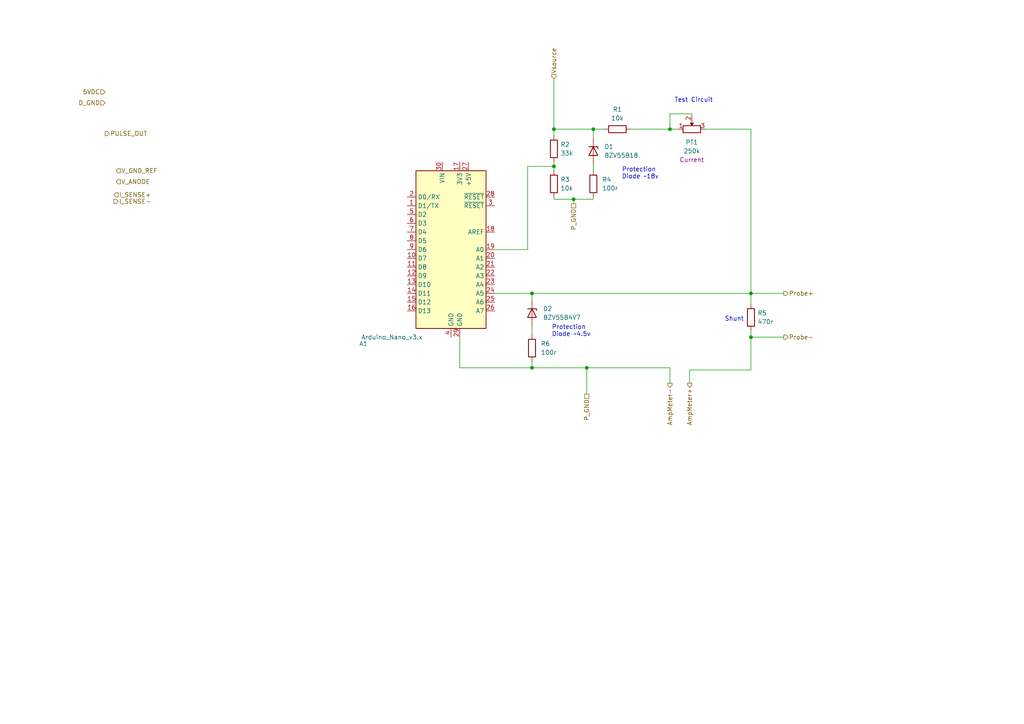
<source format=kicad_sch>
(kicad_sch (version 20211123) (generator eeschema)
  (paper "A4")
  (lib_symbols
    (symbol "000_Resistors_Immo:Potentiometer" (pin_names (offset 1.016) hide)
      (property "Reference" "PT" (at 4.318 7.112 0))
      (property "Value" "Potentiometer" (at 9.652 5.08 0))
      (property "Control" "Current" (at 6.35 3.048 0))
      (symbol "Potentiometer_0_1"
        (polyline (pts (xy 2.54 0) (xy 1.524 0)))
        (polyline (pts (xy 1.016 0) (xy 1.778 0.508) (xy 1.778 -0.508) (xy 1.016 0)) (fill (type outline)))
        (rectangle (start 1.016 2.54) (end -1.016 -2.54) (stroke (width 0.254)))
      )
      (symbol "Potentiometer_1_1"
        (pin passive line (at 0 3.81 270) (length 1.27) (name "1") (number "1"))
        (pin passive line (at 3.81 0 180) (length 1.27) (name "2") (number "2"))
        (pin passive line (at 0 -3.81 90) (length 1.27) (name "3") (number "3"))
      )
    )
    (symbol "000_Resistors_Immo:Resistor_0805" (pin_numbers hide) (pin_names (offset 0))
      (property "Reference" "R?" (at -2.54 3.81 0))
      (property "Value" "Resistor_0805" (at -5.08 2.54 0))
      (symbol "Resistor_0805_0_1"
        (rectangle (start 2.54 -1.016) (end -2.54 1.016) (stroke (width 0.254)))
      )
      (symbol "Resistor_0805_1_1"
        (pin passive line (at -3.81 0 0) (length 1.27) (name "~") (number "1"))
        (pin passive line (at 3.81 0 180) (length 1.27) (name "~") (number "2"))
      )
    )
    (symbol "Diode:BZV55B18" (pin_numbers hide) (pin_names (offset 1.016) hide)
      (property "Reference" "D" (at 0 2.54 0))
      (property "Value" "BZV55B18" (at 0 -2.54 0))
      (symbol "BZV55B18_0_1"
        (polyline (pts (xy 1.27 0) (xy -1.27 0)))
        (polyline (pts (xy -1.27 -1.27) (xy -1.27 1.27) (xy -0.762 1.27)) (stroke (width 0.254)))
        (polyline (pts (xy 1.27 -1.27) (xy 1.27 1.27) (xy -1.27 0) (xy 1.27 -1.27)) (stroke (width 0.254)))
      )
      (symbol "BZV55B18_1_1"
        (pin passive line (at -3.81 0 0) (length 2.54) (name "K") (number "1"))
        (pin passive line (at 3.81 0 180) (length 2.54) (name "A") (number "2"))
      )
    )
    (symbol "Diode:BZV55B4V7" (pin_numbers hide) (pin_names (offset 1.016) hide)
      (property "Reference" "D" (at 0 2.54 0))
      (property "Value" "BZV55B4V7" (at 0 -2.54 0))
      (symbol "BZV55B4V7_0_1"
        (polyline (pts (xy 1.27 0) (xy -1.27 0)))
        (polyline (pts (xy -1.27 -1.27) (xy -1.27 1.27) (xy -0.762 1.27)) (stroke (width 0.254)))
        (polyline (pts (xy 1.27 -1.27) (xy 1.27 1.27) (xy -1.27 0) (xy 1.27 -1.27)) (stroke (width 0.254)))
      )
      (symbol "BZV55B4V7_1_1"
        (pin passive line (at -3.81 0 0) (length 2.54) (name "K") (number "1"))
        (pin passive line (at 3.81 0 180) (length 2.54) (name "A") (number "2"))
      )
    )
    (symbol "MCU_Module:Arduino_Nano_v3.x"
      (property "Reference" "A" (at -10.16 23.495 0))
      (property "Value" "Arduino_Nano_v3.x" (at 5.08 -24.13 0))
      (symbol "Arduino_Nano_v3.x_0_1"
        (rectangle (start -10.16 22.86) (end 10.16 -22.86) (stroke (width 0.254)) (fill (type background)))
      )
      (symbol "Arduino_Nano_v3.x_1_1"
        (pin bidirectional line (at -12.7 12.7 0) (length 2.54) (name "D1/TX") (number "1"))
        (pin bidirectional line (at -12.7 -2.54 0) (length 2.54) (name "D7") (number "10"))
        (pin bidirectional line (at -12.7 -5.08 0) (length 2.54) (name "D8") (number "11"))
        (pin bidirectional line (at -12.7 -7.62 0) (length 2.54) (name "D9") (number "12"))
        (pin bidirectional line (at -12.7 -10.16 0) (length 2.54) (name "D10") (number "13"))
        (pin bidirectional line (at -12.7 -12.7 0) (length 2.54) (name "D11") (number "14"))
        (pin bidirectional line (at -12.7 -15.24 0) (length 2.54) (name "D12") (number "15"))
        (pin bidirectional line (at -12.7 -17.78 0) (length 2.54) (name "D13") (number "16"))
        (pin power_out line (at 2.54 25.4 270) (length 2.54) (name "3V3") (number "17"))
        (pin input line (at 12.7 5.08 180) (length 2.54) (name "AREF") (number "18"))
        (pin bidirectional line (at 12.7 0 180) (length 2.54) (name "A0") (number "19"))
        (pin bidirectional line (at -12.7 15.24 0) (length 2.54) (name "D0/RX") (number "2"))
        (pin bidirectional line (at 12.7 -2.54 180) (length 2.54) (name "A1") (number "20"))
        (pin bidirectional line (at 12.7 -5.08 180) (length 2.54) (name "A2") (number "21"))
        (pin bidirectional line (at 12.7 -7.62 180) (length 2.54) (name "A3") (number "22"))
        (pin bidirectional line (at 12.7 -10.16 180) (length 2.54) (name "A4") (number "23"))
        (pin bidirectional line (at 12.7 -12.7 180) (length 2.54) (name "A5") (number "24"))
        (pin bidirectional line (at 12.7 -15.24 180) (length 2.54) (name "A6") (number "25"))
        (pin bidirectional line (at 12.7 -17.78 180) (length 2.54) (name "A7") (number "26"))
        (pin power_out line (at 5.08 25.4 270) (length 2.54) (name "+5V") (number "27"))
        (pin input line (at 12.7 15.24 180) (length 2.54) (name "~{RESET}") (number "28"))
        (pin power_in line (at 2.54 -25.4 90) (length 2.54) (name "GND") (number "29"))
        (pin input line (at 12.7 12.7 180) (length 2.54) (name "~{RESET}") (number "3"))
        (pin power_in line (at -2.54 25.4 270) (length 2.54) (name "VIN") (number "30"))
        (pin power_in line (at 0 -25.4 90) (length 2.54) (name "GND") (number "4"))
        (pin bidirectional line (at -12.7 10.16 0) (length 2.54) (name "D2") (number "5"))
        (pin bidirectional line (at -12.7 7.62 0) (length 2.54) (name "D3") (number "6"))
        (pin bidirectional line (at -12.7 5.08 0) (length 2.54) (name "D4") (number "7"))
        (pin bidirectional line (at -12.7 2.54 0) (length 2.54) (name "D5") (number "8"))
        (pin bidirectional line (at -12.7 0 0) (length 2.54) (name "D6") (number "9"))
      )
    )
  )
  (junction (at 194.31 37.465))
  (junction (at 166.37 57.785))
  (junction (at 170.18 106.68))
  (junction (at 172.085 37.465))
  (junction (at 160.655 48.26))
  (junction (at 217.805 85.09))
  (junction (at 217.805 97.79))
  (junction (at 154.305 85.09))
  (junction (at 154.305 106.68))
  (junction (at 160.655 37.465))
  (wire (pts (xy 172.085 57.15) (xy 172.085 57.785)))
  (wire (pts (xy 154.305 85.09) (xy 154.305 86.995)))
  (wire (pts (xy 160.655 37.465) (xy 160.655 39.37)))
  (wire (pts (xy 217.805 97.79) (xy 217.805 107.315)))
  (wire (pts (xy 166.37 57.785) (xy 166.37 59.055)))
  (wire (pts (xy 194.31 111.125) (xy 194.31 106.68)))
  (wire (pts (xy 154.305 106.68) (xy 170.18 106.68)))
  (wire (pts (xy 172.085 40.005) (xy 172.085 37.465)))
  (wire (pts (xy 154.305 85.09) (xy 217.805 85.09)))
  (wire (pts (xy 204.47 37.465) (xy 217.805 37.465)))
  (wire (pts (xy 160.655 22.86) (xy 160.655 37.465)))
  (wire (pts (xy 154.305 94.615) (xy 154.305 97.155)))
  (wire (pts (xy 217.805 95.885) (xy 217.805 97.79)))
  (wire (pts (xy 143.51 85.09) (xy 154.305 85.09)))
  (wire (pts (xy 170.18 106.68) (xy 170.18 114.3)))
  (wire (pts (xy 200.025 107.315) (xy 200.025 111.125)))
  (wire (pts (xy 153.035 72.39) (xy 153.035 48.26)))
  (wire (pts (xy 160.655 46.99) (xy 160.655 48.26)))
  (wire (pts (xy 217.805 37.465) (xy 217.805 85.09)))
  (wire (pts (xy 194.31 37.465) (xy 196.85 37.465)))
  (wire (pts (xy 153.035 48.26) (xy 160.655 48.26)))
  (wire (pts (xy 166.37 57.785) (xy 172.085 57.785)))
  (wire (pts (xy 217.805 107.315) (xy 200.025 107.315)))
  (wire (pts (xy 143.51 72.39) (xy 153.035 72.39)))
  (wire (pts (xy 217.805 85.09) (xy 217.805 88.265)))
  (wire (pts (xy 217.805 85.09) (xy 227.33 85.09)))
  (wire (pts (xy 166.37 57.785) (xy 160.655 57.785)))
  (wire (pts (xy 154.305 104.775) (xy 154.305 106.68)))
  (wire (pts (xy 160.655 37.465) (xy 172.085 37.465)))
  (wire (pts (xy 160.655 57.785) (xy 160.655 57.15)))
  (wire (pts (xy 182.88 37.465) (xy 194.31 37.465)))
  (wire (pts (xy 200.66 33.02) (xy 194.31 33.02)))
  (wire (pts (xy 133.35 106.68) (xy 154.305 106.68)))
  (wire (pts (xy 160.655 48.26) (xy 160.655 49.53)))
  (wire (pts (xy 200.66 33.655) (xy 200.66 33.02)))
  (wire (pts (xy 133.35 106.68) (xy 133.35 97.79)))
  (wire (pts (xy 194.31 106.68) (xy 170.18 106.68)))
  (wire (pts (xy 217.805 97.79) (xy 227.33 97.79)))
  (wire (pts (xy 172.085 37.465) (xy 175.26 37.465)))
  (wire (pts (xy 194.31 33.02) (xy 194.31 37.465)))
  (wire (pts (xy 172.085 47.625) (xy 172.085 49.53)))
  (text "Test Circuit" (at 195.58 29.845 0) (effects (font (size 1.27 1.27)) (justify left bottom)))
  (text "Protection\nDiode ~18v" (at 180.34 52.07 0) (effects (font (size 1.27 1.27)) (justify left bottom)))
  (text "Shunt" (at 210.185 93.345 0) (effects (font (size 1.27 1.27)) (justify left bottom)))
  (text "Protection\nDiode ~4.5v" (at 160.02 97.79 0) (effects (font (size 1.27 1.27)) (justify left bottom)))
  (hierarchical_label "D_GND" (shape input) (at 30.48 29.845 180))
  (hierarchical_label "I_SENSE+" (shape input) (at 33.02 56.515 0))
  (hierarchical_label "I_SENSE-" (shape output) (at 33.02 58.42 0))
  (hierarchical_label "AmpMeter-" (shape output) (at 194.31 111.125 270))
  (hierarchical_label "Vsource" (shape input) (at 160.655 22.86 90))
  (hierarchical_label "V_GND_REF" (shape input) (at 33.655 49.53 0))
  (hierarchical_label "PULSE_OUT" (shape output) (at 30.48 38.735 0))
  (hierarchical_label "Probe+" (shape output) (at 227.33 85.09 0))
  (hierarchical_label "5VDC" (shape input) (at 30.48 26.67 180))
  (hierarchical_label "AmpMeter+" (shape output) (at 200.025 111.125 270))
  (hierarchical_label "P_GND" (shape passive) (at 170.18 114.3 270))
  (hierarchical_label "Probe-" (shape output) (at 227.33 97.79 0))
  (hierarchical_label "P_GND" (shape passive) (at 166.37 59.055 270))
  (hierarchical_label "V_ANODE" (shape input) (at 33.655 52.705 0))
  (symbol (lib_id "Diode:BZV55B18") (at 172.085 43.815 270) (unit 1)
    (property "Reference" "D1" (at 175.26 42.5449 90) (effects (justify left)))
    (property "Value" "BZV55B18" (at 175.26 45.0849 90) (effects (justify left)))
    (property "Footprint" "Diode_SMD:D_MiniMELF" (effects hide))
    (property "Datasheet" "https://assets.nexperia.com/documents/data-sheet/BZV55_SER.pdf" (effects hide))
  )
  (symbol (lib_id "000_Resistors_Immo:Resistor_0805") (at 172.085 53.34 270) (unit 1)
    (property "Reference" "R4" (at 174.625 52.0699 90) (effects (justify left)))
    (property "Value" "100r" (at 174.625 54.6099 90) (effects (justify left)))
    (property "Footprint" "Resistor_SMD:R_0805_2012Metric_Pad1.20x1.40mm_HandSolder" (effects hide))
  )
  (symbol (lib_id "000_Resistors_Immo:Resistor_0805") (at 217.805 92.075 270) (unit 1)
    (property "Reference" "R5" (at 219.71 90.8049 90) (effects (justify left)))
    (property "Value" "470r" (at 219.71 93.3449 90) (effects (justify left)))
    (property "Footprint" "Resistor_SMD:R_0805_2012Metric_Pad1.20x1.40mm_HandSolder" (effects hide))
  )
  (symbol (lib_id "000_Resistors_Immo:Resistor_0805") (at 154.305 100.965 270) (unit 1)
    (property "Reference" "R6" (at 156.845 99.6949 90) (effects (justify left)))
    (property "Value" "100r" (at 156.845 102.2349 90) (effects (justify left)))
    (property "Footprint" "Resistor_SMD:R_0805_2012Metric_Pad1.20x1.40mm_HandSolder" (effects hide))
  )
  (symbol (lib_id "MCU_Module:Arduino_Nano_v3.x") (at 130.81 72.39 0) (unit 1)
    (property "Reference" "A1" (at 104.14 99.695 0) (effects (justify left)))
    (property "Value" "Arduino_Nano_v3.x" (at 104.775 97.79 0) (effects (justify left)))
    (property "Footprint" "Module:Arduino_Nano" (effects hide))
    (property "Datasheet" "http://www.mouser.com/pdfdocs/Gravitech_Arduino_Nano3_0.pdf" (effects hide))
  )
  (symbol (lib_id "000_Resistors_Immo:Resistor_0805") (at 179.07 37.465 180) (unit 1)
    (property "Reference" "R1" (at 179.07 31.75 0))
    (property "Value" "10k" (at 179.07 34.29 0))
    (property "Footprint" "Resistor_SMD:R_0805_2012Metric_Pad1.20x1.40mm_HandSolder" (effects hide))
  )
  (symbol (lib_id "000_Resistors_Immo:Resistor_0805") (at 160.655 43.18 270) (unit 1)
    (property "Reference" "R2" (at 162.56 41.9099 90) (effects (justify left)))
    (property "Value" "33k" (at 162.56 44.4499 90) (effects (justify left)))
    (property "Footprint" "Resistor_SMD:R_0805_2012Metric_Pad1.20x1.40mm_HandSolder" (effects hide))
  )
  (symbol (lib_id "Diode:BZV55B4V7") (at 154.305 90.805 270) (unit 1)
    (property "Reference" "D2" (at 157.48 89.5349 90) (effects (justify left)))
    (property "Value" "BZV55B4V7" (at 157.48 92.0749 90) (effects (justify left)))
    (property "Footprint" "Diode_SMD:D_MiniMELF" (effects hide))
    (property "Datasheet" "https://assets.nexperia.com/documents/data-sheet/BZV55_SER.pdf" (effects hide))
  )
  (symbol (lib_id "000_Resistors_Immo:Resistor_0805") (at 160.655 53.34 270) (unit 1)
    (property "Reference" "R3" (at 162.56 52.0699 90) (effects (justify left)))
    (property "Value" "10k" (at 162.56 54.6099 90) (effects (justify left)))
    (property "Footprint" "Resistor_SMD:R_0805_2012Metric_Pad1.20x1.40mm_HandSolder" (effects hide))
  )
  (symbol (lib_id "000_Resistors_Immo:Potentiometer") (at 200.66 37.465 90) (unit 1)
    (property "Reference" "PT1" (at 200.66 41.275 90))
    (property "Value" "250k" (at 200.66 43.815 90))
    (property "Footprint" "Potentiometer_THT:Potentiometer_Alpha_RD901F-40-00D_Single_Vertical_CircularHoles" (effects hide))
    (property "Control" "Current" (at 200.66 46.355 90))
  )
)
</source>
